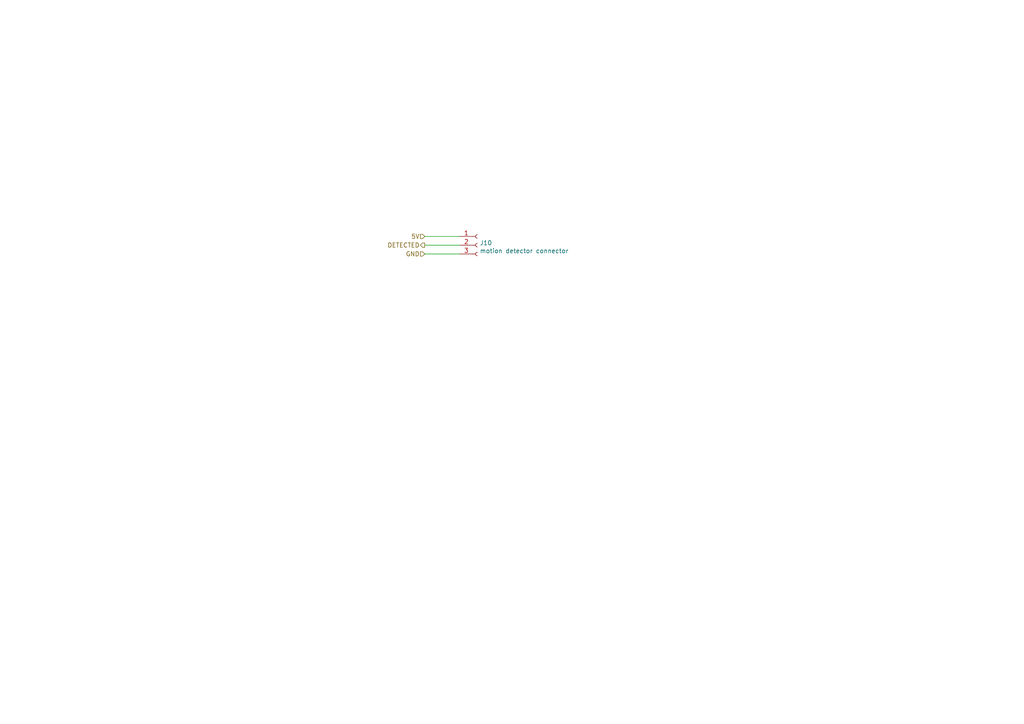
<source format=kicad_sch>
(kicad_sch (version 20211123) (generator eeschema)
  (paper "A4")
  (lib_symbols
    (symbol "Connector:Conn_01x03_Female" (pin_names (offset 1.016) hide)
      (property "Reference" "J" (at 0 5.08 0))
      (property "Value" "Conn_01x03_Female" (at 0 -5.08 0))
      (symbol "Conn_01x03_Female_1_1"
        (arc (start 0 -2.032) (mid -0.508 -2.54) (end 0 -3.048) (stroke (width 0.1524)))
        (polyline (pts (xy -1.27 -2.54) (xy -0.508 -2.54)) (stroke (width 0.1524)))
        (polyline (pts (xy -1.27 0) (xy -0.508 0)) (stroke (width 0.1524)))
        (polyline (pts (xy -1.27 2.54) (xy -0.508 2.54)) (stroke (width 0.1524)))
        (arc (start 0 0.508) (mid -0.508 0) (end 0 -0.508) (stroke (width 0.1524)))
        (arc (start 0 3.048) (mid -0.508 2.54) (end 0 2.032) (stroke (width 0.1524)))
        (pin passive line (at -5.08 2.54 0) (length 3.81) (name "Pin_1") (number "1"))
        (pin passive line (at -5.08 0 0) (length 3.81) (name "Pin_2") (number "2"))
        (pin passive line (at -5.08 -2.54 0) (length 3.81) (name "Pin_3") (number "3"))
      )
    )
  )
  (wire (pts (xy 133.35 73.66) (xy 123.19 73.66)))
  (wire (pts (xy 133.35 68.58) (xy 123.19 68.58)))
  (wire (pts (xy 123.19 71.12) (xy 133.35 71.12)))
  (hierarchical_label "GND" (shape input) (at 123.19 73.66 180))
  (hierarchical_label "DETECTED" (shape output) (at 123.19 71.12 180))
  (hierarchical_label "5V" (shape input) (at 123.19 68.58 180))
  (symbol (lib_id "Connector:Conn_01x03_Female") (at 138.43 71.12 0) (unit 1)
    (property "Reference" "J10" (at 139.1412 70.4596 0) (effects (justify left)))
    (property "Value" "motion detector connector" (at 139.1412 72.771 0) (effects (justify left)))
    (property "Footprint" "Connector_PinHeader_2.54mm:PinHeader_1x03_P2.54mm_Vertical" (effects hide))
  )
)
</source>
